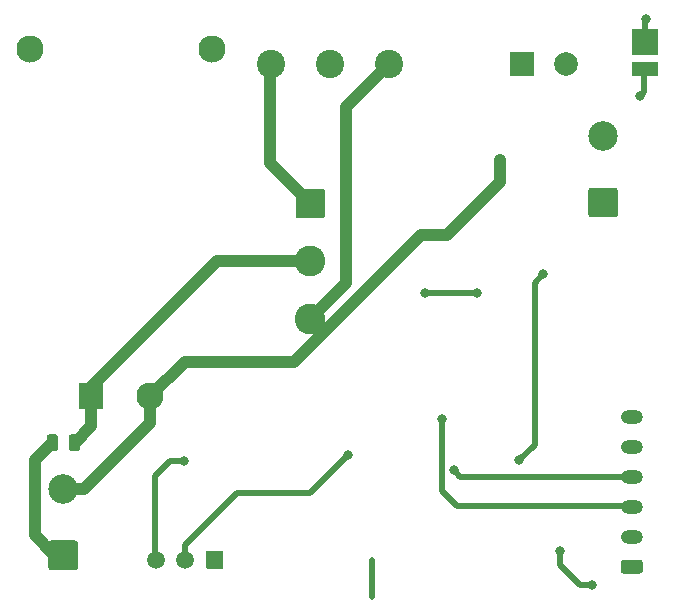
<source format=gbr>
G04 #@! TF.GenerationSoftware,KiCad,Pcbnew,(5.1.5)-3*
G04 #@! TF.CreationDate,2020-09-11T10:44:39-03:00*
G04 #@! TF.ProjectId,HomeTron(kicad),486f6d65-5472-46f6-9e28-6b6963616429,rev?*
G04 #@! TF.SameCoordinates,Original*
G04 #@! TF.FileFunction,Copper,L1,Top*
G04 #@! TF.FilePolarity,Positive*
%FSLAX46Y46*%
G04 Gerber Fmt 4.6, Leading zero omitted, Abs format (unit mm)*
G04 Created by KiCad (PCBNEW (5.1.5)-3) date 2020-09-11 10:44:40*
%MOMM*%
%LPD*%
G04 APERTURE LIST*
%ADD10C,0.100000*%
%ADD11C,1.500000*%
%ADD12O,1.870000X1.170000*%
%ADD13C,2.300000*%
%ADD14R,2.000000X2.300000*%
%ADD15C,2.000000*%
%ADD16R,2.000000X2.000000*%
%ADD17C,2.400000*%
%ADD18C,2.500000*%
%ADD19C,2.600000*%
%ADD20R,2.200000X1.250000*%
%ADD21R,2.200000X2.200000*%
%ADD22C,0.800000*%
%ADD23C,0.500000*%
%ADD24C,1.000000*%
G04 APERTURE END LIST*
G04 #@! TA.AperFunction,ComponentPad*
D10*
G36*
X32578591Y-58713951D02*
G01*
X32593734Y-58716197D01*
X32608584Y-58719917D01*
X32622999Y-58725075D01*
X32636838Y-58731620D01*
X32649969Y-58739491D01*
X32662265Y-58748610D01*
X32673609Y-58758891D01*
X32683890Y-58770235D01*
X32693009Y-58782531D01*
X32700880Y-58795662D01*
X32707425Y-58809501D01*
X32712583Y-58823916D01*
X32716303Y-58838766D01*
X32718549Y-58853909D01*
X32719300Y-58869200D01*
X32719300Y-60057200D01*
X32718549Y-60072491D01*
X32716303Y-60087634D01*
X32712583Y-60102484D01*
X32707425Y-60116899D01*
X32700880Y-60130738D01*
X32693009Y-60143869D01*
X32683890Y-60156165D01*
X32673609Y-60167509D01*
X32662265Y-60177790D01*
X32649969Y-60186909D01*
X32636838Y-60194780D01*
X32622999Y-60201325D01*
X32608584Y-60206483D01*
X32593734Y-60210203D01*
X32578591Y-60212449D01*
X32563300Y-60213200D01*
X31375300Y-60213200D01*
X31360009Y-60212449D01*
X31344866Y-60210203D01*
X31330016Y-60206483D01*
X31315601Y-60201325D01*
X31301762Y-60194780D01*
X31288631Y-60186909D01*
X31276335Y-60177790D01*
X31264991Y-60167509D01*
X31254710Y-60156165D01*
X31245591Y-60143869D01*
X31237720Y-60130738D01*
X31231175Y-60116899D01*
X31226017Y-60102484D01*
X31222297Y-60087634D01*
X31220051Y-60072491D01*
X31219300Y-60057200D01*
X31219300Y-58869200D01*
X31220051Y-58853909D01*
X31222297Y-58838766D01*
X31226017Y-58823916D01*
X31231175Y-58809501D01*
X31237720Y-58795662D01*
X31245591Y-58782531D01*
X31254710Y-58770235D01*
X31264991Y-58758891D01*
X31276335Y-58748610D01*
X31288631Y-58739491D01*
X31301762Y-58731620D01*
X31315601Y-58725075D01*
X31330016Y-58719917D01*
X31344866Y-58716197D01*
X31360009Y-58713951D01*
X31375300Y-58713200D01*
X32563300Y-58713200D01*
X32578591Y-58713951D01*
G37*
G04 #@! TD.AperFunction*
D11*
X29479300Y-59463200D03*
X26989300Y-59463200D03*
G04 #@! TA.AperFunction,ComponentPad*
D10*
G36*
X68006462Y-59449106D02*
G01*
X68030767Y-59452711D01*
X68054601Y-59458681D01*
X68077736Y-59466959D01*
X68099948Y-59477465D01*
X68121024Y-59490097D01*
X68140759Y-59504734D01*
X68158965Y-59521235D01*
X68175466Y-59539441D01*
X68190103Y-59559176D01*
X68202735Y-59580252D01*
X68213241Y-59602464D01*
X68221519Y-59625599D01*
X68227489Y-59649433D01*
X68231094Y-59673738D01*
X68232300Y-59698280D01*
X68232300Y-60367520D01*
X68231094Y-60392062D01*
X68227489Y-60416367D01*
X68221519Y-60440201D01*
X68213241Y-60463336D01*
X68202735Y-60485548D01*
X68190103Y-60506624D01*
X68175466Y-60526359D01*
X68158965Y-60544565D01*
X68140759Y-60561066D01*
X68121024Y-60575703D01*
X68099948Y-60588335D01*
X68077736Y-60598841D01*
X68054601Y-60607119D01*
X68030767Y-60613089D01*
X68006462Y-60616694D01*
X67981920Y-60617900D01*
X66612680Y-60617900D01*
X66588138Y-60616694D01*
X66563833Y-60613089D01*
X66539999Y-60607119D01*
X66516864Y-60598841D01*
X66494652Y-60588335D01*
X66473576Y-60575703D01*
X66453841Y-60561066D01*
X66435635Y-60544565D01*
X66419134Y-60526359D01*
X66404497Y-60506624D01*
X66391865Y-60485548D01*
X66381359Y-60463336D01*
X66373081Y-60440201D01*
X66367111Y-60416367D01*
X66363506Y-60392062D01*
X66362300Y-60367520D01*
X66362300Y-59698280D01*
X66363506Y-59673738D01*
X66367111Y-59649433D01*
X66373081Y-59625599D01*
X66381359Y-59602464D01*
X66391865Y-59580252D01*
X66404497Y-59559176D01*
X66419134Y-59539441D01*
X66435635Y-59521235D01*
X66453841Y-59504734D01*
X66473576Y-59490097D01*
X66494652Y-59477465D01*
X66516864Y-59466959D01*
X66539999Y-59458681D01*
X66563833Y-59452711D01*
X66588138Y-59449106D01*
X66612680Y-59447900D01*
X67981920Y-59447900D01*
X68006462Y-59449106D01*
G37*
G04 #@! TD.AperFunction*
D12*
X67297300Y-57492900D03*
X67297300Y-54952900D03*
X67297300Y-52412900D03*
X67297300Y-49872900D03*
X67297300Y-47332900D03*
D13*
X31713800Y-16218400D03*
X26513800Y-45618400D03*
D14*
X21513800Y-45618400D03*
D13*
X16313800Y-16218400D03*
D15*
X61738200Y-17475200D03*
D16*
X57988200Y-17475200D03*
D17*
X46738200Y-17475200D03*
X41738200Y-17475200D03*
X36738200Y-17475200D03*
G04 #@! TA.AperFunction,ComponentPad*
D10*
G36*
X65878204Y-27950452D02*
G01*
X65903443Y-27954196D01*
X65928194Y-27960396D01*
X65952218Y-27968991D01*
X65975283Y-27979900D01*
X65997168Y-27993018D01*
X66017662Y-28008217D01*
X66036568Y-28025352D01*
X66053703Y-28044258D01*
X66068902Y-28064752D01*
X66082020Y-28086637D01*
X66092929Y-28109702D01*
X66101524Y-28133726D01*
X66107724Y-28158477D01*
X66111468Y-28183716D01*
X66112720Y-28209200D01*
X66112720Y-30189200D01*
X66111468Y-30214684D01*
X66107724Y-30239923D01*
X66101524Y-30264674D01*
X66092929Y-30288698D01*
X66082020Y-30311763D01*
X66068902Y-30333648D01*
X66053703Y-30354142D01*
X66036568Y-30373048D01*
X66017662Y-30390183D01*
X65997168Y-30405382D01*
X65975283Y-30418500D01*
X65952218Y-30429409D01*
X65928194Y-30438004D01*
X65903443Y-30444204D01*
X65878204Y-30447948D01*
X65852720Y-30449200D01*
X63872720Y-30449200D01*
X63847236Y-30447948D01*
X63821997Y-30444204D01*
X63797246Y-30438004D01*
X63773222Y-30429409D01*
X63750157Y-30418500D01*
X63728272Y-30405382D01*
X63707778Y-30390183D01*
X63688872Y-30373048D01*
X63671737Y-30354142D01*
X63656538Y-30333648D01*
X63643420Y-30311763D01*
X63632511Y-30288698D01*
X63623916Y-30264674D01*
X63617716Y-30239923D01*
X63613972Y-30214684D01*
X63612720Y-30189200D01*
X63612720Y-28209200D01*
X63613972Y-28183716D01*
X63617716Y-28158477D01*
X63623916Y-28133726D01*
X63632511Y-28109702D01*
X63643420Y-28086637D01*
X63656538Y-28064752D01*
X63671737Y-28044258D01*
X63688872Y-28025352D01*
X63707778Y-28008217D01*
X63728272Y-27993018D01*
X63750157Y-27979900D01*
X63773222Y-27968991D01*
X63797246Y-27960396D01*
X63821997Y-27954196D01*
X63847236Y-27950452D01*
X63872720Y-27949200D01*
X65852720Y-27949200D01*
X65878204Y-27950452D01*
G37*
G04 #@! TD.AperFunction*
D18*
X64862720Y-23599200D03*
G04 #@! TA.AperFunction,ComponentPad*
D10*
G36*
X41092684Y-28033952D02*
G01*
X41117923Y-28037696D01*
X41142674Y-28043896D01*
X41166698Y-28052491D01*
X41189763Y-28063400D01*
X41211648Y-28076518D01*
X41232142Y-28091717D01*
X41251048Y-28108852D01*
X41268183Y-28127758D01*
X41283382Y-28148252D01*
X41296500Y-28170137D01*
X41307409Y-28193202D01*
X41316004Y-28217226D01*
X41322204Y-28241977D01*
X41325948Y-28267216D01*
X41327200Y-28292700D01*
X41327200Y-30272700D01*
X41325948Y-30298184D01*
X41322204Y-30323423D01*
X41316004Y-30348174D01*
X41307409Y-30372198D01*
X41296500Y-30395263D01*
X41283382Y-30417148D01*
X41268183Y-30437642D01*
X41251048Y-30456548D01*
X41232142Y-30473683D01*
X41211648Y-30488882D01*
X41189763Y-30502000D01*
X41166698Y-30512909D01*
X41142674Y-30521504D01*
X41117923Y-30527704D01*
X41092684Y-30531448D01*
X41067200Y-30532700D01*
X39087200Y-30532700D01*
X39061716Y-30531448D01*
X39036477Y-30527704D01*
X39011726Y-30521504D01*
X38987702Y-30512909D01*
X38964637Y-30502000D01*
X38942752Y-30488882D01*
X38922258Y-30473683D01*
X38903352Y-30456548D01*
X38886217Y-30437642D01*
X38871018Y-30417148D01*
X38857900Y-30395263D01*
X38846991Y-30372198D01*
X38838396Y-30348174D01*
X38832196Y-30323423D01*
X38828452Y-30298184D01*
X38827200Y-30272700D01*
X38827200Y-28292700D01*
X38828452Y-28267216D01*
X38832196Y-28241977D01*
X38838396Y-28217226D01*
X38846991Y-28193202D01*
X38857900Y-28170137D01*
X38871018Y-28148252D01*
X38886217Y-28127758D01*
X38903352Y-28108852D01*
X38922258Y-28091717D01*
X38942752Y-28076518D01*
X38964637Y-28063400D01*
X38987702Y-28052491D01*
X39011726Y-28043896D01*
X39036477Y-28037696D01*
X39061716Y-28033952D01*
X39087200Y-28032700D01*
X41067200Y-28032700D01*
X41092684Y-28033952D01*
G37*
G04 #@! TD.AperFunction*
D19*
X40077200Y-34182700D03*
X40077200Y-39082700D03*
G04 #@! TA.AperFunction,ComponentPad*
D10*
G36*
X20163284Y-57820852D02*
G01*
X20188523Y-57824596D01*
X20213274Y-57830796D01*
X20237298Y-57839391D01*
X20260363Y-57850300D01*
X20282248Y-57863418D01*
X20302742Y-57878617D01*
X20321648Y-57895752D01*
X20338783Y-57914658D01*
X20353982Y-57935152D01*
X20367100Y-57957037D01*
X20378009Y-57980102D01*
X20386604Y-58004126D01*
X20392804Y-58028877D01*
X20396548Y-58054116D01*
X20397800Y-58079600D01*
X20397800Y-60059600D01*
X20396548Y-60085084D01*
X20392804Y-60110323D01*
X20386604Y-60135074D01*
X20378009Y-60159098D01*
X20367100Y-60182163D01*
X20353982Y-60204048D01*
X20338783Y-60224542D01*
X20321648Y-60243448D01*
X20302742Y-60260583D01*
X20282248Y-60275782D01*
X20260363Y-60288900D01*
X20237298Y-60299809D01*
X20213274Y-60308404D01*
X20188523Y-60314604D01*
X20163284Y-60318348D01*
X20137800Y-60319600D01*
X18157800Y-60319600D01*
X18132316Y-60318348D01*
X18107077Y-60314604D01*
X18082326Y-60308404D01*
X18058302Y-60299809D01*
X18035237Y-60288900D01*
X18013352Y-60275782D01*
X17992858Y-60260583D01*
X17973952Y-60243448D01*
X17956817Y-60224542D01*
X17941618Y-60204048D01*
X17928500Y-60182163D01*
X17917591Y-60159098D01*
X17908996Y-60135074D01*
X17902796Y-60110323D01*
X17899052Y-60085084D01*
X17897800Y-60059600D01*
X17897800Y-58079600D01*
X17899052Y-58054116D01*
X17902796Y-58028877D01*
X17908996Y-58004126D01*
X17917591Y-57980102D01*
X17928500Y-57957037D01*
X17941618Y-57935152D01*
X17956817Y-57914658D01*
X17973952Y-57895752D01*
X17992858Y-57878617D01*
X18013352Y-57863418D01*
X18035237Y-57850300D01*
X18058302Y-57839391D01*
X18082326Y-57830796D01*
X18107077Y-57824596D01*
X18132316Y-57820852D01*
X18157800Y-57819600D01*
X20137800Y-57819600D01*
X20163284Y-57820852D01*
G37*
G04 #@! TD.AperFunction*
D18*
X19147800Y-53469600D03*
G04 #@! TA.AperFunction,SMDPad,CuDef*
D10*
G36*
X20382142Y-48831174D02*
G01*
X20405803Y-48834684D01*
X20429007Y-48840496D01*
X20451529Y-48848554D01*
X20473153Y-48858782D01*
X20493670Y-48871079D01*
X20512883Y-48885329D01*
X20530607Y-48901393D01*
X20546671Y-48919117D01*
X20560921Y-48938330D01*
X20573218Y-48958847D01*
X20583446Y-48980471D01*
X20591504Y-49002993D01*
X20597316Y-49026197D01*
X20600826Y-49049858D01*
X20602000Y-49073750D01*
X20602000Y-49986250D01*
X20600826Y-50010142D01*
X20597316Y-50033803D01*
X20591504Y-50057007D01*
X20583446Y-50079529D01*
X20573218Y-50101153D01*
X20560921Y-50121670D01*
X20546671Y-50140883D01*
X20530607Y-50158607D01*
X20512883Y-50174671D01*
X20493670Y-50188921D01*
X20473153Y-50201218D01*
X20451529Y-50211446D01*
X20429007Y-50219504D01*
X20405803Y-50225316D01*
X20382142Y-50228826D01*
X20358250Y-50230000D01*
X19870750Y-50230000D01*
X19846858Y-50228826D01*
X19823197Y-50225316D01*
X19799993Y-50219504D01*
X19777471Y-50211446D01*
X19755847Y-50201218D01*
X19735330Y-50188921D01*
X19716117Y-50174671D01*
X19698393Y-50158607D01*
X19682329Y-50140883D01*
X19668079Y-50121670D01*
X19655782Y-50101153D01*
X19645554Y-50079529D01*
X19637496Y-50057007D01*
X19631684Y-50033803D01*
X19628174Y-50010142D01*
X19627000Y-49986250D01*
X19627000Y-49073750D01*
X19628174Y-49049858D01*
X19631684Y-49026197D01*
X19637496Y-49002993D01*
X19645554Y-48980471D01*
X19655782Y-48958847D01*
X19668079Y-48938330D01*
X19682329Y-48919117D01*
X19698393Y-48901393D01*
X19716117Y-48885329D01*
X19735330Y-48871079D01*
X19755847Y-48858782D01*
X19777471Y-48848554D01*
X19799993Y-48840496D01*
X19823197Y-48834684D01*
X19846858Y-48831174D01*
X19870750Y-48830000D01*
X20358250Y-48830000D01*
X20382142Y-48831174D01*
G37*
G04 #@! TD.AperFunction*
G04 #@! TA.AperFunction,SMDPad,CuDef*
G36*
X18507142Y-48831174D02*
G01*
X18530803Y-48834684D01*
X18554007Y-48840496D01*
X18576529Y-48848554D01*
X18598153Y-48858782D01*
X18618670Y-48871079D01*
X18637883Y-48885329D01*
X18655607Y-48901393D01*
X18671671Y-48919117D01*
X18685921Y-48938330D01*
X18698218Y-48958847D01*
X18708446Y-48980471D01*
X18716504Y-49002993D01*
X18722316Y-49026197D01*
X18725826Y-49049858D01*
X18727000Y-49073750D01*
X18727000Y-49986250D01*
X18725826Y-50010142D01*
X18722316Y-50033803D01*
X18716504Y-50057007D01*
X18708446Y-50079529D01*
X18698218Y-50101153D01*
X18685921Y-50121670D01*
X18671671Y-50140883D01*
X18655607Y-50158607D01*
X18637883Y-50174671D01*
X18618670Y-50188921D01*
X18598153Y-50201218D01*
X18576529Y-50211446D01*
X18554007Y-50219504D01*
X18530803Y-50225316D01*
X18507142Y-50228826D01*
X18483250Y-50230000D01*
X17995750Y-50230000D01*
X17971858Y-50228826D01*
X17948197Y-50225316D01*
X17924993Y-50219504D01*
X17902471Y-50211446D01*
X17880847Y-50201218D01*
X17860330Y-50188921D01*
X17841117Y-50174671D01*
X17823393Y-50158607D01*
X17807329Y-50140883D01*
X17793079Y-50121670D01*
X17780782Y-50101153D01*
X17770554Y-50079529D01*
X17762496Y-50057007D01*
X17756684Y-50033803D01*
X17753174Y-50010142D01*
X17752000Y-49986250D01*
X17752000Y-49073750D01*
X17753174Y-49049858D01*
X17756684Y-49026197D01*
X17762496Y-49002993D01*
X17770554Y-48980471D01*
X17780782Y-48958847D01*
X17793079Y-48938330D01*
X17807329Y-48919117D01*
X17823393Y-48901393D01*
X17841117Y-48885329D01*
X17860330Y-48871079D01*
X17880847Y-48858782D01*
X17902471Y-48848554D01*
X17924993Y-48840496D01*
X17948197Y-48834684D01*
X17971858Y-48831174D01*
X17995750Y-48830000D01*
X18483250Y-48830000D01*
X18507142Y-48831174D01*
G37*
G04 #@! TD.AperFunction*
D20*
X68402200Y-17905320D03*
D21*
X68402200Y-15630320D03*
D22*
X29375100Y-51066700D03*
X68503800Y-13644880D03*
X54178200Y-36845240D03*
X49814480Y-36845240D03*
X57759600Y-51015900D03*
X68011040Y-20177760D03*
X59791600Y-35290760D03*
X52209700Y-51879500D03*
X51206400Y-47561500D03*
X63957200Y-61595000D03*
X61226700Y-58750200D03*
X43294300Y-50571400D03*
X56103520Y-25572720D03*
D23*
X28232100Y-51066700D02*
X26949400Y-52349400D01*
X29375100Y-51066700D02*
X28232100Y-51066700D01*
X26949400Y-52349400D02*
X26949400Y-59423300D01*
X26949400Y-59423300D02*
X26989300Y-59463200D01*
X68402200Y-13746480D02*
X68402200Y-15630320D01*
X68503800Y-13644880D02*
X68402200Y-13746480D01*
X49814480Y-36845240D02*
X54178200Y-36845240D01*
X45290100Y-59479500D02*
X45290100Y-62636400D01*
X68371720Y-17935800D02*
X68402200Y-17905320D01*
X68371720Y-19817080D02*
X68371720Y-17935800D01*
X68011040Y-20177760D02*
X68371720Y-19817080D01*
X59791600Y-35290760D02*
X59080400Y-36001960D01*
X59080400Y-36001960D02*
X59080400Y-49695100D01*
X59080400Y-49695100D02*
X57759600Y-51015900D01*
X52209700Y-51879500D02*
X52781200Y-52451000D01*
X52781200Y-52451000D02*
X67259200Y-52451000D01*
X67259200Y-52451000D02*
X67297300Y-52412900D01*
X51206400Y-47561500D02*
X51206400Y-47561500D01*
X51244500Y-47599600D02*
X51206400Y-47561500D01*
X52514500Y-54914800D02*
X51244500Y-53644800D01*
X67297300Y-54952900D02*
X67259200Y-54914800D01*
X51244500Y-53644800D02*
X51244500Y-47599600D01*
X67259200Y-54914800D02*
X52514500Y-54914800D01*
D24*
X43103800Y-36056100D02*
X40077200Y-39082700D01*
X46738200Y-17475200D02*
X43103800Y-21109600D01*
X43103800Y-21109600D02*
X43103800Y-36056100D01*
X36677600Y-17535800D02*
X36738200Y-17475200D01*
X40077200Y-29282700D02*
X36677600Y-25883100D01*
X36677600Y-25883100D02*
X36677600Y-17535800D01*
D23*
X61252100Y-58775600D02*
X61226700Y-58750200D01*
X61252100Y-59931300D02*
X61252100Y-58775600D01*
X63957200Y-61595000D02*
X62915800Y-61595000D01*
X62915800Y-61595000D02*
X61252100Y-59931300D01*
X29479300Y-58176100D02*
X29479300Y-59463200D01*
X43294300Y-50571400D02*
X40043100Y-53822600D01*
X33832800Y-53822600D02*
X29479300Y-58176100D01*
X40043100Y-53822600D02*
X33832800Y-53822600D01*
D24*
X20914300Y-53469600D02*
X19147800Y-53469600D01*
X26513800Y-45618400D02*
X26513800Y-47870100D01*
X26513800Y-47870100D02*
X20914300Y-53469600D01*
X29447500Y-42684700D02*
X26513800Y-45618400D01*
X56103520Y-27432000D02*
X51620420Y-31915100D01*
X56103520Y-25572720D02*
X56103520Y-27432000D01*
X38691820Y-42684700D02*
X29447500Y-42684700D01*
X51620420Y-31915100D02*
X49461420Y-31915100D01*
X49461420Y-31915100D02*
X38691820Y-42684700D01*
X20114500Y-49530000D02*
X21539200Y-48105300D01*
X21539200Y-45643800D02*
X21513800Y-45618400D01*
X21539200Y-48105300D02*
X21539200Y-45643800D01*
X21513800Y-44818300D02*
X21513800Y-45618400D01*
X40077200Y-34182700D02*
X32149400Y-34182700D01*
X32149400Y-34182700D02*
X21513800Y-44818300D01*
X18416900Y-59069600D02*
X19147800Y-59069600D01*
X16738600Y-57391300D02*
X18416900Y-59069600D01*
X16738600Y-51015900D02*
X16738600Y-57391300D01*
X18239500Y-49530000D02*
X18224500Y-49530000D01*
X18224500Y-49530000D02*
X16738600Y-51015900D01*
M02*

</source>
